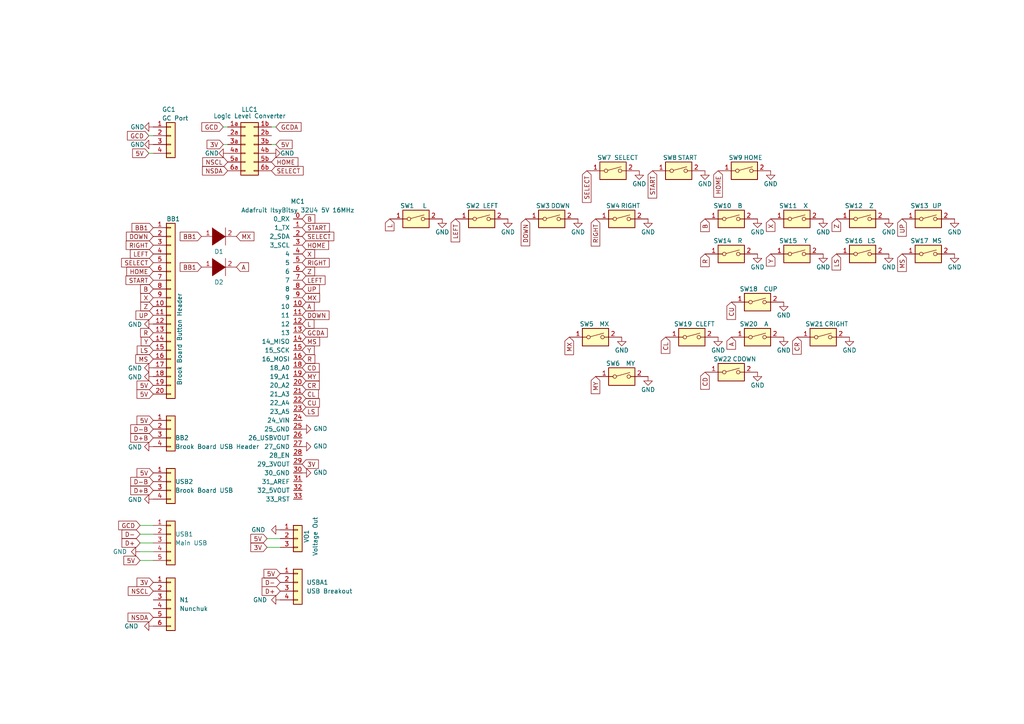
<source format=kicad_sch>
(kicad_sch (version 20211123) (generator eeschema)
  (paper "A4")
  (title_block (title "HTangl") (rev "2"))
  (lib_symbols
    (symbol "Connector_Generic:Conn_01x03" (pin_names (offset 1.016) hide)
      (property "Reference" "J" (at 0 5.08 0))
      (property "Value" "Conn_01x03" (at 0 -5.08 0))
      (symbol "Conn_01x03_1_1"
        (rectangle (start -1.27 -2.413) (end 0 -2.667) (stroke (width 0.1524)))
        (rectangle (start -1.27 0.127) (end 0 -0.127) (stroke (width 0.1524)))
        (rectangle (start -1.27 2.667) (end 0 2.413) (stroke (width 0.1524)))
        (rectangle (start -1.27 3.81) (end 1.27 -3.81) (stroke (width 0.254)) (fill (type background)))
        (pin passive line (at -5.08 2.54 0) (length 3.81) (name "Pin_1") (number "1"))
        (pin passive line (at -5.08 0 0) (length 3.81) (name "Pin_2") (number "2"))
        (pin passive line (at -5.08 -2.54 0) (length 3.81) (name "Pin_3") (number "3"))
      )
    )
    (symbol "Connector_Generic:Conn_01x04" (pin_names (offset 1.016) hide)
      (property "Reference" "J" (at 0 5.08 0))
      (property "Value" "Conn_01x04" (at 0 -7.62 0))
      (symbol "Conn_01x04_1_1"
        (rectangle (start -1.27 -4.953) (end 0 -5.207) (stroke (width 0.1524)))
        (rectangle (start -1.27 -2.413) (end 0 -2.667) (stroke (width 0.1524)))
        (rectangle (start -1.27 0.127) (end 0 -0.127) (stroke (width 0.1524)))
        (rectangle (start -1.27 2.667) (end 0 2.413) (stroke (width 0.1524)))
        (rectangle (start -1.27 3.81) (end 1.27 -6.35) (stroke (width 0.254)) (fill (type background)))
        (pin passive line (at -5.08 2.54 0) (length 3.81) (name "Pin_1") (number "1"))
        (pin passive line (at -5.08 0 0) (length 3.81) (name "Pin_2") (number "2"))
        (pin passive line (at -5.08 -2.54 0) (length 3.81) (name "Pin_3") (number "3"))
        (pin passive line (at -5.08 -5.08 0) (length 3.81) (name "Pin_4") (number "4"))
      )
    )
    (symbol "Connector_Generic:Conn_01x05" (pin_names (offset 1.016) hide)
      (property "Reference" "J" (at 0 7.62 0))
      (property "Value" "Conn_01x05" (at 0 -7.62 0))
      (symbol "Conn_01x05_1_1"
        (rectangle (start -1.27 -4.953) (end 0 -5.207) (stroke (width 0.1524)))
        (rectangle (start -1.27 -2.413) (end 0 -2.667) (stroke (width 0.1524)))
        (rectangle (start -1.27 0.127) (end 0 -0.127) (stroke (width 0.1524)))
        (rectangle (start -1.27 2.667) (end 0 2.413) (stroke (width 0.1524)))
        (rectangle (start -1.27 5.207) (end 0 4.953) (stroke (width 0.1524)))
        (rectangle (start -1.27 6.35) (end 1.27 -6.35) (stroke (width 0.254)) (fill (type background)))
        (pin passive line (at -5.08 5.08 0) (length 3.81) (name "Pin_1") (number "1"))
        (pin passive line (at -5.08 2.54 0) (length 3.81) (name "Pin_2") (number "2"))
        (pin passive line (at -5.08 0 0) (length 3.81) (name "Pin_3") (number "3"))
        (pin passive line (at -5.08 -2.54 0) (length 3.81) (name "Pin_4") (number "4"))
        (pin passive line (at -5.08 -5.08 0) (length 3.81) (name "Pin_5") (number "5"))
      )
    )
    (symbol "Connector_Generic:Conn_01x06" (pin_names (offset 1.016) hide)
      (property "Reference" "J" (at 0 7.62 0))
      (property "Value" "Conn_01x06" (at 0 -10.16 0))
      (symbol "Conn_01x06_1_1"
        (rectangle (start -1.27 -7.493) (end 0 -7.747) (stroke (width 0.1524)))
        (rectangle (start -1.27 -4.953) (end 0 -5.207) (stroke (width 0.1524)))
        (rectangle (start -1.27 -2.413) (end 0 -2.667) (stroke (width 0.1524)))
        (rectangle (start -1.27 0.127) (end 0 -0.127) (stroke (width 0.1524)))
        (rectangle (start -1.27 2.667) (end 0 2.413) (stroke (width 0.1524)))
        (rectangle (start -1.27 5.207) (end 0 4.953) (stroke (width 0.1524)))
        (rectangle (start -1.27 6.35) (end 1.27 -8.89) (stroke (width 0.254)) (fill (type background)))
        (pin passive line (at -5.08 5.08 0) (length 3.81) (name "Pin_1") (number "1"))
        (pin passive line (at -5.08 2.54 0) (length 3.81) (name "Pin_2") (number "2"))
        (pin passive line (at -5.08 0 0) (length 3.81) (name "Pin_3") (number "3"))
        (pin passive line (at -5.08 -2.54 0) (length 3.81) (name "Pin_4") (number "4"))
        (pin passive line (at -5.08 -5.08 0) (length 3.81) (name "Pin_5") (number "5"))
        (pin passive line (at -5.08 -7.62 0) (length 3.81) (name "Pin_6") (number "6"))
      )
    )
    (symbol "Connector_Generic:Conn_01x20" (pin_names (offset 1.016) hide)
      (property "Reference" "J" (at 0 25.4 0))
      (property "Value" "Conn_01x20" (at 0 -27.94 0))
      (symbol "Conn_01x20_1_1"
        (rectangle (start -1.27 -25.273) (end 0 -25.527) (stroke (width 0.1524)))
        (rectangle (start -1.27 -22.733) (end 0 -22.987) (stroke (width 0.1524)))
        (rectangle (start -1.27 -20.193) (end 0 -20.447) (stroke (width 0.1524)))
        (rectangle (start -1.27 -17.653) (end 0 -17.907) (stroke (width 0.1524)))
        (rectangle (start -1.27 -15.113) (end 0 -15.367) (stroke (width 0.1524)))
        (rectangle (start -1.27 -12.573) (end 0 -12.827) (stroke (width 0.1524)))
        (rectangle (start -1.27 -10.033) (end 0 -10.287) (stroke (width 0.1524)))
        (rectangle (start -1.27 -7.493) (end 0 -7.747) (stroke (width 0.1524)))
        (rectangle (start -1.27 -4.953) (end 0 -5.207) (stroke (width 0.1524)))
        (rectangle (start -1.27 -2.413) (end 0 -2.667) (stroke (width 0.1524)))
        (rectangle (start -1.27 0.127) (end 0 -0.127) (stroke (width 0.1524)))
        (rectangle (start -1.27 2.667) (end 0 2.413) (stroke (width 0.1524)))
        (rectangle (start -1.27 5.207) (end 0 4.953) (stroke (width 0.1524)))
        (rectangle (start -1.27 7.747) (end 0 7.493) (stroke (width 0.1524)))
        (rectangle (start -1.27 10.287) (end 0 10.033) (stroke (width 0.1524)))
        (rectangle (start -1.27 12.827) (end 0 12.573) (stroke (width 0.1524)))
        (rectangle (start -1.27 15.367) (end 0 15.113) (stroke (width 0.1524)))
        (rectangle (start -1.27 17.907) (end 0 17.653) (stroke (width 0.1524)))
        (rectangle (start -1.27 20.447) (end 0 20.193) (stroke (width 0.1524)))
        (rectangle (start -1.27 22.987) (end 0 22.733) (stroke (width 0.1524)))
        (rectangle (start -1.27 24.13) (end 1.27 -26.67) (stroke (width 0.254)) (fill (type background)))
        (pin passive line (at -5.08 22.86 0) (length 3.81) (name "Pin_1") (number "1"))
        (pin passive line (at -5.08 0 0) (length 3.81) (name "Pin_10") (number "10"))
        (pin passive line (at -5.08 -2.54 0) (length 3.81) (name "Pin_11") (number "11"))
        (pin passive line (at -5.08 -5.08 0) (length 3.81) (name "Pin_12") (number "12"))
        (pin passive line (at -5.08 -7.62 0) (length 3.81) (name "Pin_13") (number "13"))
        (pin passive line (at -5.08 -10.16 0) (length 3.81) (name "Pin_14") (number "14"))
        (pin passive line (at -5.08 -12.7 0) (length 3.81) (name "Pin_15") (number "15"))
        (pin passive line (at -5.08 -15.24 0) (length 3.81) (name "Pin_16") (number "16"))
        (pin passive line (at -5.08 -17.78 0) (length 3.81) (name "Pin_17") (number "17"))
        (pin passive line (at -5.08 -20.32 0) (length 3.81) (name "Pin_18") (number "18"))
        (pin passive line (at -5.08 -22.86 0) (length 3.81) (name "Pin_19") (number "19"))
        (pin passive line (at -5.08 20.32 0) (length 3.81) (name "Pin_2") (number "2"))
        (pin passive line (at -5.08 -25.4 0) (length 3.81) (name "Pin_20") (number "20"))
        (pin passive line (at -5.08 17.78 0) (length 3.81) (name "Pin_3") (number "3"))
        (pin passive line (at -5.08 15.24 0) (length 3.81) (name "Pin_4") (number "4"))
        (pin passive line (at -5.08 12.7 0) (length 3.81) (name "Pin_5") (number "5"))
        (pin passive line (at -5.08 10.16 0) (length 3.81) (name "Pin_6") (number "6"))
        (pin passive line (at -5.08 7.62 0) (length 3.81) (name "Pin_7") (number "7"))
        (pin passive line (at -5.08 5.08 0) (length 3.81) (name "Pin_8") (number "8"))
        (pin passive line (at -5.08 2.54 0) (length 3.81) (name "Pin_9") (number "9"))
      )
    )
    (symbol "Connector_Generic:Conn_02x06_Row_Letter_Last" (pin_names (offset 1.016) hide)
      (property "Reference" "J" (at 1.27 7.62 0))
      (property "Value" "Conn_02x06_Row_Letter_Last" (at 1.27 -10.16 0))
      (symbol "Conn_02x06_Row_Letter_Last_1_1"
        (rectangle (start -1.27 -7.493) (end 0 -7.747) (stroke (width 0.1524)))
        (rectangle (start -1.27 -4.953) (end 0 -5.207) (stroke (width 0.1524)))
        (rectangle (start -1.27 -2.413) (end 0 -2.667) (stroke (width 0.1524)))
        (rectangle (start -1.27 0.127) (end 0 -0.127) (stroke (width 0.1524)))
        (rectangle (start -1.27 2.667) (end 0 2.413) (stroke (width 0.1524)))
        (rectangle (start -1.27 5.207) (end 0 4.953) (stroke (width 0.1524)))
        (rectangle (start -1.27 6.35) (end 3.81 -8.89) (stroke (width 0.254)) (fill (type background)))
        (rectangle (start 3.81 -7.493) (end 2.54 -7.747) (stroke (width 0.1524)))
        (rectangle (start 3.81 -4.953) (end 2.54 -5.207) (stroke (width 0.1524)))
        (rectangle (start 3.81 -2.413) (end 2.54 -2.667) (stroke (width 0.1524)))
        (rectangle (start 3.81 0.127) (end 2.54 -0.127) (stroke (width 0.1524)))
        (rectangle (start 3.81 2.667) (end 2.54 2.413) (stroke (width 0.1524)))
        (rectangle (start 3.81 5.207) (end 2.54 4.953) (stroke (width 0.1524)))
        (pin passive line (at -5.08 5.08 0) (length 3.81) (name "Pin_1a") (number "1a"))
        (pin passive line (at 7.62 5.08 180) (length 3.81) (name "Pin_1b") (number "1b"))
        (pin passive line (at -5.08 2.54 0) (length 3.81) (name "Pin_2a") (number "2a"))
        (pin passive line (at 7.62 2.54 180) (length 3.81) (name "Pin_2b") (number "2b"))
        (pin passive line (at -5.08 0 0) (length 3.81) (name "Pin_3a") (number "3a"))
        (pin passive line (at 7.62 0 180) (length 3.81) (name "Pin_3b") (number "3b"))
        (pin passive line (at -5.08 -2.54 0) (length 3.81) (name "Pin_4a") (number "4a"))
        (pin passive line (at 7.62 -2.54 180) (length 3.81) (name "Pin_4b") (number "4b"))
        (pin passive line (at -5.08 -5.08 0) (length 3.81) (name "Pin_5a") (number "5a"))
        (pin passive line (at 7.62 -5.08 180) (length 3.81) (name "Pin_5b") (number "5b"))
        (pin passive line (at -5.08 -7.62 0) (length 3.81) (name "Pin_6a") (number "6a"))
        (pin passive line (at 7.62 -7.62 180) (length 3.81) (name "Pin_6b") (number "6b"))
      )
    )
    (symbol "Switch:SW_DIP_x01" (pin_names (offset 0) hide)
      (property "Reference" "SW" (at 0 3.81 0))
      (property "Value" "SW_DIP_x01" (at 0 -3.81 0))
      (symbol "SW_DIP_x01_0_0"
        (circle (center -2.032 0) (radius 0.508))
        (polyline (pts (xy -1.524 0.127) (xy 2.3622 1.1684)))
        (circle (center 2.032 0) (radius 0.508))
      )
      (symbol "SW_DIP_x01_0_1"
        (rectangle (start -3.81 2.54) (end 3.81 -2.54) (stroke (width 0.254)) (fill (type background)))
      )
      (symbol "SW_DIP_x01_1_1"
        (pin passive line (at -7.62 0 0) (length 5.08) (name "~") (number "1"))
        (pin passive line (at 7.62 0 180) (length 5.08) (name "~") (number "2"))
      )
    )
    (symbol "htangl:Adafruit_32U4_5V" (pin_names (offset 1.016))
      (property "Reference" "MC1" (at -7.9502 5.715 0))
      (property "Value" "Adafruit_32U4_5V" (at -7.9502 3.4036 0))
      (symbol "Adafruit_32U4_5V_1_1"
        (pin bidirectional line (at 0 0 180) (length 2.54) (name "0_RX") (number "0"))
        (pin bidirectional line (at 0 -2.54 180) (length 2.54) (name "1_TX") (number "1"))
        (pin bidirectional line (at 0 -25.4 180) (length 2.54) (name "10") (number "10"))
        (pin bidirectional line (at 0 -27.94 180) (length 2.54) (name "11") (number "11"))
        (pin bidirectional line (at 0 -30.48 180) (length 2.54) (name "12") (number "12"))
        (pin bidirectional line (at 0 -33.02 180) (length 2.54) (name "13") (number "13"))
        (pin bidirectional line (at 0 -35.56 180) (length 2.54) (name "14_MISO") (number "14"))
        (pin bidirectional line (at 0 -38.1 180) (length 2.54) (name "15_SCK") (number "15"))
        (pin bidirectional line (at 0 -40.64 180) (length 2.54) (name "16_MOSI") (number "16"))
        (pin bidirectional line (at 0 -43.18 180) (length 2.54) (name "18_A0") (number "18"))
        (pin bidirectional line (at 0 -45.72 180) (length 2.54) (name "19_A1") (number "19"))
        (pin bidirectional line (at 0 -5.08 180) (length 2.54) (name "2_SDA") (number "2"))
        (pin bidirectional line (at 0 -48.26 180) (length 2.54) (name "20_A2") (number "20"))
        (pin bidirectional line (at 0 -50.8 180) (length 2.54) (name "21_A3") (number "21"))
        (pin bidirectional line (at 0 -53.34 180) (length 2.54) (name "22_A4") (number "22"))
        (pin bidirectional line (at 0 -55.88 180) (length 2.54) (name "23_A5") (number "23"))
        (pin input line (at 0 -58.42 180) (length 2.54) (name "24_VIN") (number "24"))
        (pin bidirectional line (at 0 -60.96 180) (length 2.54) (name "25_GND") (number "25"))
        (pin output line (at 0 -63.5 180) (length 2.54) (name "26_USBVOUT") (number "26"))
        (pin bidirectional line (at 0 -66.04 180) (length 2.54) (name "27_GND") (number "27"))
        (pin bidirectional line (at 0 -68.58 180) (length 2.54) (name "28_EN") (number "28"))
        (pin output line (at 0 -71.12 180) (length 2.54) (name "29_3VOUT") (number "29"))
        (pin bidirectional line (at 0 -7.62 180) (length 2.54) (name "3_SCL") (number "3"))
        (pin bidirectional line (at 0 -73.66 180) (length 2.54) (name "30_GND") (number "30"))
        (pin bidirectional line (at 0 -76.2 180) (length 2.54) (name "31_AREF") (number "31"))
        (pin output line (at 0 -78.74 180) (length 2.54) (name "32_5VOUT") (number "32"))
        (pin bidirectional line (at 0 -81.28 180) (length 2.54) (name "33_RST") (number "33"))
        (pin bidirectional line (at 0 -10.16 180) (length 2.54) (name "4") (number "4"))
        (pin bidirectional line (at 0 -12.7 180) (length 2.54) (name "5") (number "5"))
        (pin bidirectional line (at 0 -15.24 180) (length 2.54) (name "6") (number "6"))
        (pin bidirectional line (at 0 -17.78 180) (length 2.54) (name "7") (number "7"))
        (pin bidirectional line (at 0 -20.32 180) (length 2.54) (name "8") (number "8"))
        (pin bidirectional line (at 0 -22.86 180) (length 2.54) (name "9") (number "9"))
      )
    )
    (symbol "power:GND" (power) (pin_names (offset 0))
      (property "Value" "GND" (at 0 -3.81 0))
      (symbol "GND_0_1"
        (polyline (pts (xy 0 0) (xy 0 -1.27) (xy 1.27 -1.27) (xy 0 -2.54) (xy -1.27 -1.27) (xy 0 -1.27)))
      )
      (symbol "GND_1_1"
        (pin power_in line (at 0 0 270) (length 0) hide (name "GND") (number "1"))
      )
    )
    (symbol "pspice:DIODE" (pin_names (offset 1.016) hide)
      (property "Reference" "D" (at 0 3.81 0))
      (property "Value" "DIODE" (at 0 -4.445 0))
      (symbol "DIODE_0_1"
        (polyline (pts (xy 1.905 2.54) (xy 1.905 -2.54)))
        (polyline (pts (xy -1.905 2.54) (xy -1.905 -2.54) (xy 1.905 0)) (fill (type outline)))
      )
      (symbol "DIODE_1_1"
        (pin input line (at -5.08 0 0) (length 3.81) (name "K") (number "1"))
        (pin input line (at 5.08 0 180) (length 3.81) (name "A") (number "2"))
      )
    )
  )
  (wire (pts (xy 40.64 157.48) (xy 44.45 157.48)))
  (wire (pts (xy 40.64 162.56) (xy 44.45 162.56)))
  (wire (pts (xy 40.64 154.94) (xy 44.45 154.94)))
  (wire (pts (xy 77.47 156.21) (xy 81.28 156.21)))
  (wire (pts (xy 78.74 41.91) (xy 80.01 41.91)))
  (wire (pts (xy 64.77 41.91) (xy 66.04 41.91)))
  (wire (pts (xy 64.77 36.83) (xy 66.04 36.83)))
  (wire (pts (xy 40.64 152.4) (xy 44.45 152.4)))
  (wire (pts (xy 43.18 44.45) (xy 44.45 44.45)))
  (wire (pts (xy 78.74 36.83) (xy 80.01 36.83)))
  (wire (pts (xy 77.47 158.75) (xy 81.28 158.75)))
  (wire (pts (xy 43.18 39.37) (xy 44.45 39.37)))
  (wire (pts (xy 40.64 160.02) (xy 44.45 160.02)))
  (global_label "HOME" (shape input) (at 44.45 78.74 180) (property "Intersheet References" "${INTERSHEET_REFS}" (effects hide)))
  (global_label "NSDA" (shape input) (at 66.04 49.53 180) (property "Intersheet References" "${INTERSHEET_REFS}" (effects hide)))
  (global_label "B" (shape input) (at 87.63 63.5 0) (property "Intersheet References" "${INTERSHEET_REFS}" (effects hide)))
  (global_label "D-B" (shape input) (at 44.45 139.7 180) (property "Intersheet References" "${INTERSHEET_REFS}" (effects hide)))
  (global_label "Y" (shape input) (at 44.45 99.06 180) (property "Intersheet References" "${INTERSHEET_REFS}" (effects hide)))
  (global_label "START" (shape input) (at 87.63 66.04 0) (property "Intersheet References" "${INTERSHEET_REFS}" (effects hide)))
  (global_label "NSCL" (shape input) (at 66.04 46.99 180) (property "Intersheet References" "${INTERSHEET_REFS}" (effects hide)))
  (global_label "D-" (shape input) (at 40.64 154.94 180) (property "Intersheet References" "${INTERSHEET_REFS}" (effects hide)))
  (global_label "B" (shape input) (at 44.45 83.82 180) (property "Intersheet References" "${INTERSHEET_REFS}" (effects hide)))
  (global_label "START" (shape input) (at 44.45 81.28 180) (property "Intersheet References" "${INTERSHEET_REFS}" (effects hide)))
  (global_label "5V" (shape input) (at 44.45 114.3 180) (property "Intersheet References" "${INTERSHEET_REFS}" (effects hide)))
  (global_label "GCDA" (shape input) (at 80.01 36.83 0) (property "Intersheet References" "${INTERSHEET_REFS}" (effects hide)))
  (global_label "MX" (shape input) (at 87.63 86.36 0) (property "Intersheet References" "${INTERSHEET_REFS}" (effects hide)))
  (global_label "Z" (shape input) (at 242.57 63.5 270) (property "Intersheet References" "${INTERSHEET_REFS}" (effects hide)))
  (global_label "D+B" (shape input) (at 44.45 142.24 180) (property "Intersheet References" "${INTERSHEET_REFS}" (effects hide)))
  (global_label "NSDA" (shape input) (at 44.45 179.07 180) (property "Intersheet References" "${INTERSHEET_REFS}" (effects hide)))
  (global_label "BB1" (shape input) (at 44.45 66.04 180) (property "Intersheet References" "${INTERSHEET_REFS}" (effects hide)))
  (global_label "GCD" (shape input) (at 40.64 152.4 180) (property "Intersheet References" "${INTERSHEET_REFS}" (effects hide)))
  (global_label "Y" (shape input) (at 223.52 73.66 270) (property "Intersheet References" "${INTERSHEET_REFS}" (effects hide)))
  (global_label "LS" (shape input) (at 44.45 101.6 180) (property "Intersheet References" "${INTERSHEET_REFS}" (effects hide)))
  (global_label "MS" (shape input) (at 261.62 73.66 270) (property "Intersheet References" "${INTERSHEET_REFS}" (effects hide)))
  (global_label "D+" (shape input) (at 81.28 171.45 180) (property "Intersheet References" "${INTERSHEET_REFS}" (effects hide)))
  (global_label "LS" (shape input) (at 242.57 73.66 270) (property "Intersheet References" "${INTERSHEET_REFS}" (effects hide)))
  (global_label "A" (shape input) (at 87.63 88.9 0) (property "Intersheet References" "${INTERSHEET_REFS}" (effects hide)))
  (global_label "5V" (shape input) (at 80.01 41.91 0) (property "Intersheet References" "${INTERSHEET_REFS}" (effects hide)))
  (global_label "5V" (shape input) (at 44.45 137.16 180) (property "Intersheet References" "${INTERSHEET_REFS}" (effects hide)))
  (global_label "5V" (shape input) (at 40.64 162.56 180) (property "Intersheet References" "${INTERSHEET_REFS}" (effects hide)))
  (global_label "MX" (shape input) (at 68.58 68.58 0) (property "Intersheet References" "${INTERSHEET_REFS}" (effects hide)))
  (global_label "3V" (shape input) (at 64.77 41.91 180) (property "Intersheet References" "${INTERSHEET_REFS}" (effects hide)))
  (global_label "HOME" (shape input) (at 78.74 46.99 0) (property "Intersheet References" "${INTERSHEET_REFS}" (effects hide)))
  (global_label "CD" (shape input) (at 204.47 107.95 270) (property "Intersheet References" "${INTERSHEET_REFS}" (effects hide)))
  (global_label "GCDA" (shape input) (at 87.63 96.52 0) (property "Intersheet References" "${INTERSHEET_REFS}" (effects hide)))
  (global_label "UP" (shape input) (at 44.45 91.44 180) (property "Intersheet References" "${INTERSHEET_REFS}" (effects hide)))
  (global_label "LEFT" (shape input) (at 87.63 81.28 0) (property "Intersheet References" "${INTERSHEET_REFS}" (effects hide)))
  (global_label "CR" (shape input) (at 231.14 97.79 270) (property "Intersheet References" "${INTERSHEET_REFS}" (effects hide)))
  (global_label "UP" (shape input) (at 261.62 63.5 270) (property "Intersheet References" "${INTERSHEET_REFS}" (effects hide)))
  (global_label "RIGHT" (shape input) (at 44.45 71.12 180) (property "Intersheet References" "${INTERSHEET_REFS}" (effects hide)))
  (global_label "5V" (shape input) (at 44.45 111.76 180) (property "Intersheet References" "${INTERSHEET_REFS}" (effects hide)))
  (global_label "B" (shape input) (at 204.47 63.5 270) (property "Intersheet References" "${INTERSHEET_REFS}" (effects hide)))
  (global_label "CR" (shape input) (at 87.63 111.76 0) (property "Intersheet References" "${INTERSHEET_REFS}" (effects hide)))
  (global_label "LEFT" (shape input) (at 44.45 73.66 180) (property "Intersheet References" "${INTERSHEET_REFS}" (effects hide)))
  (global_label "BB1" (shape input) (at 58.42 77.47 180) (property "Intersheet References" "${INTERSHEET_REFS}" (effects hide)))
  (global_label "3V" (shape input) (at 77.47 158.75 180) (property "Intersheet References" "${INTERSHEET_REFS}" (effects hide)))
  (global_label "Y" (shape input) (at 87.63 101.6 0) (property "Intersheet References" "${INTERSHEET_REFS}" (effects hide)))
  (global_label "START" (shape input) (at 189.23 49.53 270) (property "Intersheet References" "${INTERSHEET_REFS}" (effects hide)))
  (global_label "DOWN" (shape input) (at 44.45 68.58 180) (property "Intersheet References" "${INTERSHEET_REFS}" (effects hide)))
  (global_label "RIGHT" (shape input) (at 172.72 63.5 270) (property "Intersheet References" "${INTERSHEET_REFS}" (effects hide)))
  (global_label "5V" (shape input) (at 77.47 156.21 180) (property "Intersheet References" "${INTERSHEET_REFS}" (effects hide)))
  (global_label "CU" (shape input) (at 87.63 116.84 0) (property "Intersheet References" "${INTERSHEET_REFS}" (effects hide)))
  (global_label "MY" (shape input) (at 87.63 109.22 0) (property "Intersheet References" "${INTERSHEET_REFS}" (effects hide)))
  (global_label "SELECT" (shape input) (at 170.18 49.53 270) (property "Intersheet References" "${INTERSHEET_REFS}" (effects hide)))
  (global_label "R" (shape input) (at 204.47 73.66 270) (property "Intersheet References" "${INTERSHEET_REFS}" (effects hide)))
  (global_label "Z" (shape input) (at 44.45 88.9 180) (property "Intersheet References" "${INTERSHEET_REFS}" (effects hide)))
  (global_label "X" (shape input) (at 87.63 73.66 0) (property "Intersheet References" "${INTERSHEET_REFS}" (effects hide)))
  (global_label "3V" (shape input) (at 87.63 134.62 0) (property "Intersheet References" "${INTERSHEET_REFS}" (effects hide)))
  (global_label "LS" (shape input) (at 87.63 119.38 0) (property "Intersheet References" "${INTERSHEET_REFS}" (effects hide)))
  (global_label "X" (shape input) (at 44.45 86.36 180) (property "Intersheet References" "${INTERSHEET_REFS}" (effects hide)))
  (global_label "L" (shape input) (at 113.03 63.5 270) (property "Intersheet References" "${INTERSHEET_REFS}" (effects hide)))
  (global_label "RIGHT" (shape input) (at 87.63 76.2 0) (property "Intersheet References" "${INTERSHEET_REFS}" (effects hide)))
  (global_label "D+B" (shape input) (at 44.45 127 180) (property "Intersheet References" "${INTERSHEET_REFS}" (effects hide)))
  (global_label "5V" (shape input) (at 44.45 121.92 180) (property "Intersheet References" "${INTERSHEET_REFS}" (effects hide)))
  (global_label "UP" (shape input) (at 87.63 83.82 0) (property "Intersheet References" "${INTERSHEET_REFS}" (effects hide)))
  (global_label "MS" (shape input) (at 87.63 99.06 0) (property "Intersheet References" "${INTERSHEET_REFS}" (effects hide)))
  (global_label "5V" (shape input) (at 81.28 166.37 180) (property "Intersheet References" "${INTERSHEET_REFS}" (effects hide)))
  (global_label "X" (shape input) (at 223.52 63.5 270) (property "Intersheet References" "${INTERSHEET_REFS}" (effects hide)))
  (global_label "SELECT" (shape input) (at 87.63 68.58 0) (property "Intersheet References" "${INTERSHEET_REFS}" (effects hide)))
  (global_label "D-" (shape input) (at 81.28 168.91 180) (property "Intersheet References" "${INTERSHEET_REFS}" (effects hide)))
  (global_label "R" (shape input) (at 44.45 96.52 180) (property "Intersheet References" "${INTERSHEET_REFS}" (effects hide)))
  (global_label "GCD" (shape input) (at 43.18 39.37 180) (property "Intersheet References" "${INTERSHEET_REFS}" (effects hide)))
  (global_label "HOME" (shape input) (at 208.28 49.53 270) (property "Intersheet References" "${INTERSHEET_REFS}" (effects hide)))
  (global_label "MX" (shape input) (at 165.1 97.79 270) (property "Intersheet References" "${INTERSHEET_REFS}" (effects hide)))
  (global_label "A" (shape input) (at 68.58 77.47 0) (property "Intersheet References" "${INTERSHEET_REFS}" (effects hide)))
  (global_label "SELECT" (shape input) (at 78.74 49.53 0) (property "Intersheet References" "${INTERSHEET_REFS}" (effects hide)))
  (global_label "DOWN" (shape input) (at 87.63 91.44 0) (property "Intersheet References" "${INTERSHEET_REFS}" (effects hide)))
  (global_label "CD" (shape input) (at 87.63 106.68 0) (property "Intersheet References" "${INTERSHEET_REFS}" (effects hide)))
  (global_label "CL" (shape input) (at 87.63 114.3 0) (property "Intersheet References" "${INTERSHEET_REFS}" (effects hide)))
  (global_label "3V" (shape input) (at 44.45 168.91 180) (property "Intersheet References" "${INTERSHEET_REFS}" (effects hide)))
  (global_label "5V" (shape input) (at 43.18 44.45 180) (property "Intersheet References" "${INTERSHEET_REFS}" (effects hide)))
  (global_label "D-B" (shape input) (at 44.45 124.46 180) (property "Intersheet References" "${INTERSHEET_REFS}" (effects hide)))
  (global_label "MS" (shape input) (at 44.45 104.14 180) (property "Intersheet References" "${INTERSHEET_REFS}" (effects hide)))
  (global_label "BB1" (shape input) (at 58.42 68.58 180) (property "Intersheet References" "${INTERSHEET_REFS}" (effects hide)))
  (global_label "R" (shape input) (at 87.63 104.14 0) (property "Intersheet References" "${INTERSHEET_REFS}" (effects hide)))
  (global_label "LEFT" (shape input) (at 132.08 63.5 270) (property "Intersheet References" "${INTERSHEET_REFS}" (effects hide)))
  (global_label "Z" (shape input) (at 87.63 78.74 0) (property "Intersheet References" "${INTERSHEET_REFS}" (effects hide)))
  (global_label "CL" (shape input) (at 193.04 97.79 270) (property "Intersheet References" "${INTERSHEET_REFS}" (effects hide)))
  (global_label "CU" (shape input) (at 212.09 87.63 270) (property "Intersheet References" "${INTERSHEET_REFS}" (effects hide)))
  (global_label "GCD" (shape input) (at 64.77 36.83 180) (property "Intersheet References" "${INTERSHEET_REFS}" (effects hide)))
  (global_label "L" (shape input) (at 87.63 93.98 0) (property "Intersheet References" "${INTERSHEET_REFS}" (effects hide)))
  (global_label "MY" (shape input) (at 172.72 109.22 270) (property "Intersheet References" "${INTERSHEET_REFS}" (effects hide)))
  (global_label "DOWN" (shape input) (at 152.4 63.5 270) (property "Intersheet References" "${INTERSHEET_REFS}" (effects hide)))
  (global_label "A" (shape input) (at 212.09 97.79 270) (property "Intersheet References" "${INTERSHEET_REFS}" (effects hide)))
  (global_label "D+" (shape input) (at 40.64 157.48 180) (property "Intersheet References" "${INTERSHEET_REFS}" (effects hide)))
  (global_label "SELECT" (shape input) (at 44.45 76.2 180) (property "Intersheet References" "${INTERSHEET_REFS}" (effects hide)))
  (global_label "NSCL" (shape input) (at 44.45 171.45 180) (property "Intersheet References" "${INTERSHEET_REFS}" (effects hide)))
  (global_label "HOME" (shape input) (at 87.63 71.12 0) (property "Intersheet References" "${INTERSHEET_REFS}" (effects hide)))
  (symbol (lib_id "htangl:Adafruit_32U4_5V") (at 87.63 63.5 0) (unit 1)
    (property "Reference" "MC1" (at 86.36 58.42 0))
    (property "Value" "Adafruit ItsyBitsy 32U4 5V 16MHz" (at 86.36 60.96 0))
    (property "Footprint" "htangl:Adafruit_32U4_5V" (effects hide))
  )
  (symbol (lib_id "Switch:SW_DIP_x01") (at 120.65 63.5 0) (unit 1)
    (property "Reference" "SW1" (at 118.11 59.69 0))
    (property "Value" "L" (at 123.19 59.69 0))
    (property "Footprint" "keyswitches:Kailh_socket_MX_optional" (effects hide))
  )
  (symbol (lib_id "Switch:SW_DIP_x01") (at 139.7 63.5 0) (unit 1)
    (property "Reference" "SW2" (at 137.16 59.69 0))
    (property "Value" "LEFT" (at 142.24 59.69 0))
    (property "Footprint" "keyswitches:Kailh_socket_MX_optional" (effects hide))
  )
  (symbol (lib_id "Switch:SW_DIP_x01") (at 160.02 63.5 0) (unit 1)
    (property "Reference" "SW3" (at 157.48 59.69 0))
    (property "Value" "DOWN" (at 162.56 59.69 0))
    (property "Footprint" "keyswitches:Kailh_socket_MX_optional" (effects hide))
  )
  (symbol (lib_id "Switch:SW_DIP_x01") (at 180.34 63.5 0) (unit 1)
    (property "Reference" "SW4" (at 177.8 59.69 0))
    (property "Value" "RIGHT" (at 182.88 59.69 0))
    (property "Footprint" "keyswitches:Kailh_socket_MX_optional" (effects hide))
  )
  (symbol (lib_id "Switch:SW_DIP_x01") (at 172.72 97.79 0) (unit 1)
    (property "Reference" "SW5" (at 170.18 93.98 0))
    (property "Value" "MX" (at 175.26 93.98 0))
    (property "Footprint" "keyswitches:Kailh_socket_MX_optional" (effects hide))
  )
  (symbol (lib_id "Switch:SW_DIP_x01") (at 180.34 109.22 0) (unit 1)
    (property "Reference" "SW6" (at 177.8 105.41 0))
    (property "Value" "MY" (at 182.88 105.41 0))
    (property "Footprint" "keyswitches:Kailh_socket_MX_optional" (effects hide))
  )
  (symbol (lib_id "Switch:SW_DIP_x01") (at 177.8 49.53 0) (unit 1)
    (property "Reference" "SW7" (at 175.26 45.72 0))
    (property "Value" "SELECT" (at 181.61 45.72 0))
    (property "Footprint" "keyswitches:Kailh_socket_MX_optional" (effects hide))
  )
  (symbol (lib_id "Switch:SW_DIP_x01") (at 196.85 49.53 0) (unit 1)
    (property "Reference" "SW8" (at 194.31 45.72 0))
    (property "Value" "START" (at 199.39 45.72 0))
    (property "Footprint" "keyswitches:Kailh_socket_MX_optional" (effects hide))
  )
  (symbol (lib_id "Switch:SW_DIP_x01") (at 215.9 49.53 0) (unit 1)
    (property "Reference" "SW9" (at 213.36 45.72 0))
    (property "Value" "HOME" (at 218.44 45.72 0))
    (property "Footprint" "keyswitches:Kailh_socket_MX_optional" (effects hide))
  )
  (symbol (lib_id "Switch:SW_DIP_x01") (at 212.09 63.5 0) (unit 1)
    (property "Reference" "SW10" (at 209.55 59.69 0))
    (property "Value" "B" (at 214.63 59.69 0))
    (property "Footprint" "keyswitches:Kailh_socket_MX_optional" (effects hide))
  )
  (symbol (lib_id "Switch:SW_DIP_x01") (at 212.09 73.66 0) (unit 1)
    (property "Reference" "SW14" (at 209.55 69.85 0))
    (property "Value" "R" (at 214.63 69.85 0))
    (property "Footprint" "keyswitches:Kailh_socket_MX_optional" (effects hide))
  )
  (symbol (lib_id "Switch:SW_DIP_x01") (at 231.14 63.5 0) (unit 1)
    (property "Reference" "SW11" (at 228.6 59.69 0))
    (property "Value" "X" (at 233.68 59.69 0))
    (property "Footprint" "keyswitches:Kailh_socket_MX_optional" (effects hide))
  )
  (symbol (lib_id "Switch:SW_DIP_x01") (at 250.19 63.5 0) (unit 1)
    (property "Reference" "SW12" (at 247.65 59.69 0))
    (property "Value" "Z" (at 252.73 59.69 0))
    (property "Footprint" "keyswitches:Kailh_socket_MX_optional" (effects hide))
  )
  (symbol (lib_id "Switch:SW_DIP_x01") (at 269.24 63.5 0) (unit 1)
    (property "Reference" "SW13" (at 266.7 59.69 0))
    (property "Value" "UP" (at 271.78 59.69 0))
    (property "Footprint" "keyswitches:Kailh_socket_MX_optional" (effects hide))
  )
  (symbol (lib_id "Switch:SW_DIP_x01") (at 231.14 73.66 0) (unit 1)
    (property "Reference" "SW15" (at 228.6 69.85 0))
    (property "Value" "Y" (at 233.68 69.85 0))
    (property "Footprint" "keyswitches:Kailh_socket_MX_optional" (effects hide))
  )
  (symbol (lib_id "Switch:SW_DIP_x01") (at 250.19 73.66 0) (unit 1)
    (property "Reference" "SW16" (at 247.65 69.85 0))
    (property "Value" "LS" (at 252.73 69.85 0))
    (property "Footprint" "keyswitches:Kailh_socket_MX_optional" (effects hide))
  )
  (symbol (lib_id "Connector_Generic:Conn_01x04") (at 49.53 124.46 0) (unit 1)
    (property "Reference" "BB2" (at 50.8 127 0) (effects (justify left)))
    (property "Value" "Brook Board USB Header" (at 50.8 129.54 0) (effects (justify left)))
    (property "Footprint" "htangl:Brook_Board_Header_2" (effects hide))
  )
  (symbol (lib_id "Switch:SW_DIP_x01") (at 269.24 73.66 0) (unit 1)
    (property "Reference" "SW17" (at 266.7 69.85 0))
    (property "Value" "MS" (at 271.78 69.85 0))
    (property "Footprint" "keyswitches:Kailh_socket_MX_optional" (effects hide))
  )
  (symbol (lib_id "Switch:SW_DIP_x01") (at 219.71 87.63 0) (unit 1)
    (property "Reference" "SW18" (at 217.17 83.82 0))
    (property "Value" "CUP" (at 223.52 83.82 0))
    (property "Footprint" "keyswitches:Kailh_socket_MX_optional" (effects hide))
  )
  (symbol (lib_id "Switch:SW_DIP_x01") (at 219.71 97.79 0) (unit 1)
    (property "Reference" "SW20" (at 217.17 93.98 0))
    (property "Value" "A" (at 222.25 93.98 0))
    (property "Footprint" "keyswitches:Kailh_socket_MX_optional" (effects hide))
  )
  (symbol (lib_id "Switch:SW_DIP_x01") (at 238.76 97.79 0) (unit 1)
    (property "Reference" "SW21" (at 236.22 93.98 0))
    (property "Value" "CRIGHT" (at 242.57 93.98 0))
    (property "Footprint" "keyswitches:Kailh_socket_MX_optional" (effects hide))
  )
  (symbol (lib_id "Switch:SW_DIP_x01") (at 200.66 97.79 0) (unit 1)
    (property "Reference" "SW19" (at 198.12 93.98 0))
    (property "Value" "CLEFT" (at 204.47 93.98 0))
    (property "Footprint" "keyswitches:Kailh_socket_MX_optional" (effects hide))
  )
  (symbol (lib_id "Switch:SW_DIP_x01") (at 212.09 107.95 0) (unit 1)
    (property "Reference" "SW22" (at 209.55 104.14 0))
    (property "Value" "CDOWN" (at 215.9 104.14 0))
    (property "Footprint" "keyswitches:Kailh_socket_MX_optional" (effects hide))
  )
  (symbol (lib_id "Connector_Generic:Conn_01x04") (at 49.53 139.7 0) (unit 1)
    (property "Reference" "USB2" (at 50.8 139.7 0) (effects (justify left)))
    (property "Value" "Brook Board USB" (at 50.8 142.24 0) (effects (justify left)))
    (property "Footprint" "htangl:Brook_Board_USBC" (effects hide))
  )
  (symbol (lib_id "Connector_Generic:Conn_01x03") (at 86.36 156.21 0) (unit 1)
    (property "Reference" "VO1" (at 88.9 157.48 90) (effects (justify left)))
    (property "Value" "Voltage Out" (at 91.44 161.29 90) (effects (justify left)))
    (property "Footprint" "Connector_PinHeader_2.54mm:PinHeader_1x03_P2.54mm_Vertical" (effects hide))
  )
  (symbol (lib_id "power:GND") (at 81.28 153.67 270) (unit 1)
    (property "Reference" "#PWR0127" (effects hide))
    (property "Value" "GND" (at 74.93 153.67 90))
  )
  (symbol (lib_id "power:GND") (at 44.45 129.54 270) (unit 1)
    (property "Reference" "#PWR0128" (effects hide))
    (property "Value" "GND" (at 41.1988 129.667 90) (effects (justify right)))
  )
  (symbol (lib_id "power:GND") (at 44.45 144.78 270) (unit 1)
    (property "Reference" "#PWR0129" (effects hide))
    (property "Value" "GND" (at 41.1988 144.907 90) (effects (justify right)))
  )
  (symbol (lib_id "Connector_Generic:Conn_02x06_Row_Letter_Last") (at 71.12 41.91 0) (unit 1)
    (property "Reference" "LLC1" (at 72.39 31.75 0))
    (property "Value" "Logic Level Converter" (at 72.39 33.6296 0))
    (property "Footprint" "htangl:LLC" (effects hide))
  )
  (symbol (lib_id "power:GND") (at 66.04 44.45 270) (unit 1)
    (property "Reference" "#PWR0130" (effects hide))
    (property "Value" "GND" (at 63.5 44.45 90) (effects (justify right)))
  )
  (symbol (lib_id "power:GND") (at 78.74 44.45 90) (unit 1)
    (property "Reference" "#PWR0132" (effects hide))
    (property "Value" "GND" (at 81.28 44.45 90) (effects (justify right)))
  )
  (symbol (lib_id "Connector_Generic:Conn_01x20") (at 49.53 88.9 0) (unit 1)
    (property "Reference" "BB1" (at 48.26 63.5 0) (effects (justify left)))
    (property "Value" "Brook Board Button Header" (at 52.07 111.76 90) (effects (justify left)))
    (property "Footprint" "htangl:Brook_Board_Header_1" (effects hide))
  )
  (symbol (lib_id "pspice:DIODE") (at 63.5 68.58 0) (unit 1)
    (property "Reference" "D1" (at 63.5 72.9742 0))
    (property "Value" "DIODE" (effects hide))
    (property "Footprint" "Diode_THT:D_DO-35_SOD27_P7.62mm_Horizontal" (effects hide))
  )
  (symbol (lib_id "pspice:DIODE") (at 63.5 77.47 0) (unit 1)
    (property "Reference" "D2" (at 63.5 81.8642 0))
    (property "Value" "DIODE" (effects hide))
    (property "Footprint" "Diode_THT:D_DO-35_SOD27_P7.62mm_Horizontal" (effects hide))
  )
  (symbol (lib_id "power:GND") (at 44.45 93.98 270) (unit 1)
    (property "Reference" "#PWR0133" (effects hide))
    (property "Value" "GND" (at 41.1988 94.107 90) (effects (justify right)))
  )
  (symbol (lib_id "power:GND") (at 44.45 106.68 270) (unit 1)
    (property "Reference" "#PWR0134" (effects hide))
    (property "Value" "GND" (at 41.1988 106.807 90) (effects (justify right)))
  )
  (symbol (lib_id "power:GND") (at 44.45 109.22 270) (unit 1)
    (property "Reference" "#PWR0135" (effects hide))
    (property "Value" "GND" (at 41.1988 109.347 90) (effects (justify right)))
  )
  (symbol (lib_id "power:GND") (at 87.63 124.46 90) (unit 1)
    (property "Reference" "#PWR0123" (effects hide))
    (property "Value" "GND" (at 90.8812 124.333 90) (effects (justify right)))
  )
  (symbol (lib_id "power:GND") (at 87.63 129.54 90) (unit 1)
    (property "Reference" "#PWR0124" (effects hide))
    (property "Value" "GND" (at 90.8812 129.413 90) (effects (justify right)))
  )
  (symbol (lib_id "power:GND") (at 87.63 137.16 90) (unit 1)
    (property "Reference" "#PWR0125" (effects hide))
    (property "Value" "GND" (at 90.8812 137.033 90) (effects (justify right)))
  )
  (symbol (lib_id "Connector_Generic:Conn_01x06") (at 49.53 173.99 0) (unit 1)
    (property "Reference" "N1" (at 52.07 173.9899 0) (effects (justify left)))
    (property "Value" "Nunchuk" (at 52.07 176.5299 0) (effects (justify left)))
    (property "Footprint" "htangl:NunchuckFemale" (effects hide))
  )
  (symbol (lib_id "power:GND") (at 44.45 181.61 270) (unit 1)
    (property "Reference" "#PWR0138" (effects hide))
    (property "Value" "GND" (at 38.1 181.61 90))
  )
  (symbol (lib_id "power:GND") (at 238.76 73.66 0) (unit 1)
    (property "Reference" "#PWR0108" (effects hide))
    (property "Value" "GND" (at 238.76 77.47 0))
  )
  (symbol (lib_id "power:GND") (at 276.86 73.66 0) (unit 1)
    (property "Reference" "#PWR0101" (effects hide))
    (property "Value" "GND" (at 276.86 77.47 0))
  )
  (symbol (lib_id "power:GND") (at 219.71 107.95 0) (unit 1)
    (property "Reference" "#PWR0119" (effects hide))
    (property "Value" "GND" (at 219.71 111.76 0))
  )
  (symbol (lib_id "Connector_Generic:Conn_01x04") (at 49.53 39.37 0) (unit 1)
    (property "Reference" "GC1" (at 46.99 31.75 0) (effects (justify left)))
    (property "Value" "GC Port" (at 46.99 34.29 0) (effects (justify left)))
    (property "Footprint" "Connector_PinSocket_2.54mm:PinSocket_1x04_P2.54mm_Vertical" (effects hide))
  )
  (symbol (lib_id "power:GND") (at 276.86 63.5 0) (unit 1)
    (property "Reference" "#PWR0102" (effects hide))
    (property "Value" "GND" (at 276.86 67.31 0))
  )
  (symbol (lib_id "power:GND") (at 257.81 63.5 0) (unit 1)
    (property "Reference" "#PWR0103" (effects hide))
    (property "Value" "GND" (at 257.81 67.31 0))
  )
  (symbol (lib_id "power:GND") (at 246.38 97.79 0) (unit 1)
    (property "Reference" "#PWR0106" (effects hide))
    (property "Value" "GND" (at 246.38 101.6 0))
  )
  (symbol (lib_id "power:GND") (at 227.33 87.63 0) (unit 1)
    (property "Reference" "#PWR0105" (effects hide))
    (property "Value" "GND" (at 227.33 91.44 0))
  )
  (symbol (lib_id "power:GND") (at 187.96 63.5 0) (unit 1)
    (property "Reference" "#PWR0110" (effects hide))
    (property "Value" "GND" (at 187.96 67.31 0))
  )
  (symbol (lib_id "Connector_Generic:Conn_01x05") (at 49.53 157.48 0) (unit 1)
    (property "Reference" "USB1" (at 50.8 154.94 0) (effects (justify left)))
    (property "Value" "Main USB" (at 50.8 157.48 0) (effects (justify left)))
    (property "Footprint" "htangl:Model_U_Header" (effects hide))
  )
  (symbol (lib_id "power:GND") (at 219.71 63.5 0) (unit 1)
    (property "Reference" "#PWR0118" (effects hide))
    (property "Value" "GND" (at 219.71 67.31 0))
  )
  (symbol (lib_id "power:GND") (at 128.27 63.5 0) (unit 1)
    (property "Reference" "#PWR0122" (effects hide))
    (property "Value" "GND" (at 128.27 67.31 0))
  )
  (symbol (lib_id "power:GND") (at 204.47 49.53 0) (unit 1)
    (property "Reference" "#PWR0115" (effects hide))
    (property "Value" "GND" (at 204.47 53.34 0))
  )
  (symbol (lib_id "power:GND") (at 238.76 63.5 0) (unit 1)
    (property "Reference" "#PWR0109" (effects hide))
    (property "Value" "GND" (at 238.76 67.31 0))
  )
  (symbol (lib_id "power:GND") (at 208.28 97.79 0) (unit 1)
    (property "Reference" "#PWR0116" (effects hide))
    (property "Value" "GND" (at 208.28 101.6 0))
  )
  (symbol (lib_id "power:GND") (at 187.96 109.22 0) (unit 1)
    (property "Reference" "#PWR0113" (effects hide))
    (property "Value" "GND" (at 187.96 113.03 0))
  )
  (symbol (lib_id "Connector_Generic:Conn_01x04") (at 86.36 168.91 0) (unit 1)
    (property "Reference" "USBA1" (at 88.9 168.9099 0) (effects (justify left)))
    (property "Value" "USB Breakout" (at 88.9 171.4499 0) (effects (justify left)))
    (property "Footprint" "Connector_PinSocket_2.54mm:PinSocket_1x04_P2.54mm_Vertical" (effects hide))
  )
  (symbol (lib_id "power:GND") (at 147.32 63.5 0) (unit 1)
    (property "Reference" "#PWR0121" (effects hide))
    (property "Value" "GND" (at 147.32 67.31 0))
  )
  (symbol (lib_id "power:GND") (at 44.45 41.91 270) (unit 1)
    (property "Reference" "#PWR0131" (effects hide))
    (property "Value" "GND" (at 41.91 41.91 90) (effects (justify right)))
  )
  (symbol (lib_id "power:GND") (at 81.28 173.99 270) (unit 1)
    (property "Reference" "#PWR0137" (effects hide))
    (property "Value" "GND" (at 77.47 173.9899 90) (effects (justify right)))
  )
  (symbol (lib_id "power:GND") (at 219.71 73.66 0) (unit 1)
    (property "Reference" "#PWR0120" (effects hide))
    (property "Value" "GND" (at 219.71 77.47 0))
  )
  (symbol (lib_id "power:GND") (at 40.64 160.02 270) (unit 1)
    (property "Reference" "#PWR0126" (effects hide))
    (property "Value" "GND" (at 36.83 160.0199 90) (effects (justify right)))
  )
  (symbol (lib_id "power:GND") (at 223.52 49.53 0) (unit 1)
    (property "Reference" "#PWR0117" (effects hide))
    (property "Value" "GND" (at 223.52 53.34 0))
  )
  (symbol (lib_id "power:GND") (at 180.34 97.79 0) (unit 1)
    (property "Reference" "#PWR0114" (effects hide))
    (property "Value" "GND" (at 180.34 101.6 0))
  )
  (symbol (lib_id "power:GND") (at 257.81 73.66 0) (unit 1)
    (property "Reference" "#PWR0104" (effects hide))
    (property "Value" "GND" (at 257.81 77.47 0))
  )
  (symbol (lib_id "power:GND") (at 167.64 63.5 0) (unit 1)
    (property "Reference" "#PWR0111" (effects hide))
    (property "Value" "GND" (at 167.64 67.31 0))
  )
  (symbol (lib_id "power:GND") (at 227.33 97.79 0) (unit 1)
    (property "Reference" "#PWR0107" (effects hide))
    (property "Value" "GND" (at 227.33 101.6 0))
  )
  (symbol (lib_id "power:GND") (at 44.45 36.83 270) (unit 1)
    (property "Reference" "#PWR0136" (effects hide))
    (property "Value" "GND" (at 41.91 36.83 90) (effects (justify right)))
  )
  (symbol (lib_id "power:GND") (at 185.42 49.53 0) (unit 1)
    (property "Reference" "#PWR0112" (effects hide))
    (property "Value" "GND" (at 185.42 53.34 0))
  )
)
</source>
